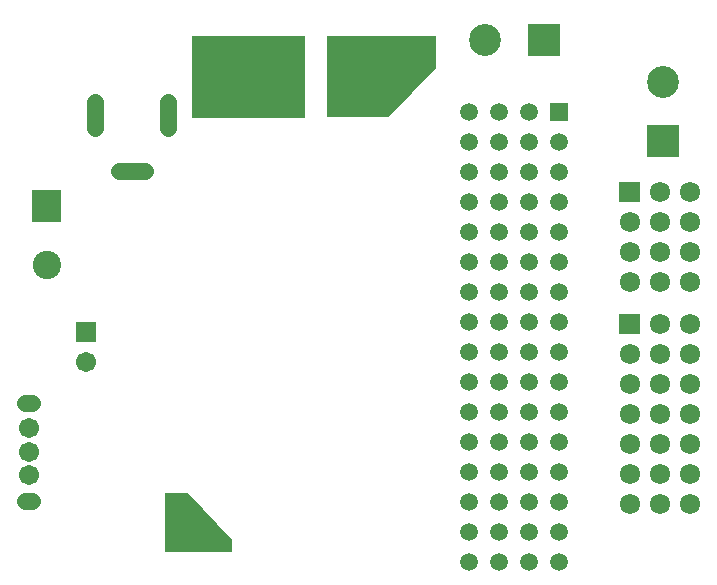
<source format=gbs>
G04 Layer: BottomSolderMaskLayer*
G04 EasyEDA v6.4.19.5, 2021-05-27T17:32:06+08:00*
G04 33a6c8c822a742f28e1fac3212fc467e,cef4b8211a074a3184fc3ad01c494734,10*
G04 Gerber Generator version 0.2*
G04 Scale: 100 percent, Rotated: No, Reflected: No *
G04 Dimensions in millimeters *
G04 leading zeros omitted , absolute positions ,4 integer and 5 decimal *
%FSLAX45Y45*%
%MOMM*%

%ADD44C,1.4031*%
%ADD53C,1.7232*%
%ADD55C,2.7032*%
%ADD57C,1.7032*%
%ADD59C,2.4032*%
%ADD60R,1.5032X1.5032*%
%ADD61C,1.5032*%

%LPD*%
G36*
X1399997Y-1750009D02*
G01*
X1399997Y-2250033D01*
X1970024Y-2250033D01*
X1970024Y-2145030D01*
X1599996Y-1750009D01*
G37*
G36*
X2775000Y2119985D02*
G01*
X2775000Y1434998D01*
X3300018Y1434998D01*
X3699967Y1849983D01*
X3699967Y2119985D01*
G37*
D44*
X279941Y-1815084D02*
G01*
X219930Y-1815084D01*
X279941Y-985012D02*
G01*
X219930Y-985012D01*
X1430020Y1559836D02*
G01*
X1430020Y1339827D01*
X810005Y1559836D02*
G01*
X810005Y1339827D01*
X1010135Y979931D02*
G01*
X1230144Y979931D01*
G36*
X5249925Y-404113D02*
G01*
X5249925Y-231902D01*
X5422138Y-231902D01*
X5422138Y-404113D01*
G37*
D53*
G01*
X5590031Y-318007D03*
G01*
X5844031Y-318007D03*
G01*
X5336031Y-572007D03*
G01*
X5590031Y-572007D03*
G01*
X5844031Y-572007D03*
G01*
X5336031Y-826007D03*
G01*
X5590031Y-826007D03*
G01*
X5844031Y-826007D03*
G01*
X5336031Y-1080007D03*
G01*
X5590031Y-1080007D03*
G01*
X5844031Y-1080007D03*
G01*
X5336031Y-1334007D03*
G01*
X5590031Y-1334007D03*
G01*
X5844031Y-1334007D03*
G01*
X5336031Y-1588007D03*
G01*
X5590031Y-1588007D03*
G01*
X5844031Y-1588007D03*
G01*
X5336031Y-1842007D03*
G01*
X5590031Y-1842007D03*
G01*
X5844031Y-1842007D03*
G36*
X5249925Y714755D02*
G01*
X5249925Y886968D01*
X5422138Y886968D01*
X5422138Y714755D01*
G37*
G01*
X5590031Y800862D03*
G01*
X5844031Y800862D03*
G01*
X5336031Y546862D03*
G01*
X5590031Y546862D03*
G01*
X5844031Y546862D03*
G01*
X5336031Y292862D03*
G01*
X5590031Y292862D03*
G01*
X5844031Y292862D03*
G01*
X5336031Y38862D03*
G01*
X5590031Y38862D03*
G01*
X5844031Y38862D03*
G36*
X4474718Y1954784D02*
G01*
X4474718Y2225039D01*
X4744974Y2225039D01*
X4744974Y1954784D01*
G37*
D55*
G01*
X4109974Y2089912D03*
G36*
X5484875Y1094994D02*
G01*
X5484875Y1365250D01*
X5755131Y1365250D01*
X5755131Y1094994D01*
G37*
G01*
X5620004Y1729994D03*
G36*
X644905Y-468121D02*
G01*
X644905Y-297942D01*
X815086Y-297942D01*
X815086Y-468121D01*
G37*
D57*
G01*
X729995Y-637031D03*
G36*
X279907Y544576D02*
G01*
X279907Y814831D01*
X520192Y814831D01*
X520192Y544576D01*
G37*
D59*
G01*
X400050Y179831D03*
D60*
G01*
X4740909Y1474978D03*
D61*
G01*
X4486909Y1474978D03*
G01*
X4232909Y1474978D03*
G01*
X3978909Y1474978D03*
G01*
X4740909Y1220978D03*
G01*
X4486909Y1220978D03*
G01*
X4232909Y1220978D03*
G01*
X3978909Y1220978D03*
G01*
X4740909Y966978D03*
G01*
X4486909Y966978D03*
G01*
X4232909Y966978D03*
G01*
X3978909Y966978D03*
G01*
X4740909Y712978D03*
G01*
X4486909Y712978D03*
G01*
X4232909Y712978D03*
G01*
X3978909Y712978D03*
G01*
X4740909Y458978D03*
G01*
X4486909Y458978D03*
G01*
X4232909Y458978D03*
G01*
X3978909Y458978D03*
G01*
X4232909Y-811021D03*
G01*
X4486909Y-811021D03*
G01*
X4740909Y-811021D03*
G01*
X3978909Y-557021D03*
G01*
X4232909Y-557021D03*
G01*
X4486909Y-557021D03*
G01*
X4740909Y-557021D03*
G01*
X3978909Y-303021D03*
G01*
X4232909Y-303021D03*
G01*
X4486909Y-303021D03*
G01*
X4740909Y-303021D03*
G01*
X3978909Y-49021D03*
G01*
X4232909Y-49021D03*
G01*
X4486909Y-49021D03*
G01*
X4740909Y-49021D03*
G01*
X3978909Y204978D03*
G01*
X4232909Y204978D03*
G01*
X4486909Y204978D03*
G01*
X4740909Y204978D03*
G01*
X3978909Y-811021D03*
G01*
X4740909Y-1065021D03*
G01*
X4486909Y-1065021D03*
G01*
X4232909Y-1065021D03*
G01*
X3978909Y-1065021D03*
G01*
X4740909Y-1319021D03*
G01*
X4486909Y-1319021D03*
G01*
X4232909Y-1319021D03*
G01*
X3978909Y-1319021D03*
G01*
X4740909Y-1573021D03*
G01*
X4486909Y-1573021D03*
G01*
X4232909Y-1573021D03*
G01*
X3978909Y-1573021D03*
G01*
X4740909Y-1827021D03*
G01*
X4486909Y-1827021D03*
G01*
X4232909Y-1827021D03*
G01*
X3978909Y-1827021D03*
G01*
X4740909Y-2081021D03*
G01*
X4486909Y-2081021D03*
G01*
X4232909Y-2081021D03*
G01*
X3978909Y-2081021D03*
G01*
X4740909Y-2335021D03*
G01*
X4486909Y-2335021D03*
G01*
X4232909Y-2335021D03*
G01*
X3978909Y-2335021D03*
D57*
G01*
X249936Y-1200150D03*
G01*
X249936Y-1400047D03*
G01*
X249936Y-1599945D03*
G36*
X1634997Y2119884D02*
G01*
X2584957Y2119884D01*
X2584957Y1424939D01*
X1634997Y1424939D01*
G37*
M02*

</source>
